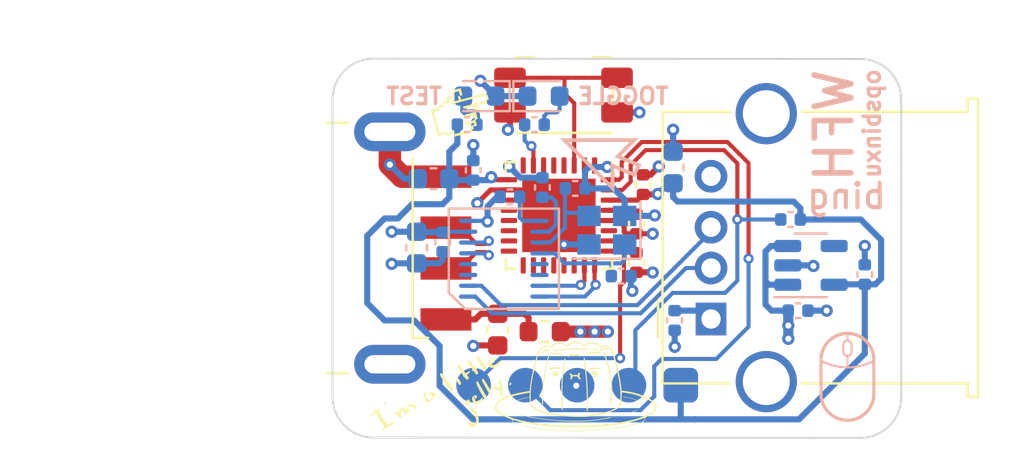
<source format=kicad_pcb>
(kicad_pcb (version 20210722) (generator pcbnew)
  (layers (0 "F.Cu" signal) (1 "In1.Cu" signal) (2 "In2.Cu" signal) (31 "B.Cu" signal) (34 "B.Paste" user) (35 "F.Paste" user) (36 "B.SilkS" user "B.Silkscreen") (37 "F.SilkS" user "F.Silkscreen") (38 "B.Mask" user) (39 "F.Mask" user) (44 "Edge.Cuts" user))
  (net 0 "")
  (net 1 "+3V3")
  (net 2 "GND")
  (net 3 "Net-(C3-Pad1)")
  (net 4 "/nRESET")
  (net 5 "Net-(C7-Pad1)")
  (net 6 "VBUS")
  (net 7 "Net-(C10-Pad1)")
  (net 8 "Net-(C11-Pad2)")
  (net 9 "Net-(C12-Pad1)")
  (net 10 "Net-(C14-Pad1)")
  (net 11 "Net-(D1-Pad2)")
  (net 12 "/USB_D1-")
  (net 13 "/USB_D1+")
  (net 14 "/SWD_CLK")
  (net 15 "/SWD_IO")
  (net 16 "/TOGGLE")
  (net 18 "Net-(D2-Pad2)")
  (net 35 "/USB_JIG-")
  (net 38 "/USB_JIG+")
  (net 39 "/USB_OUT+")
  (net 44 "/USB_OUT-")
  (net 45 "/TEST")
  (footprint "Capacitor_SMD:C_0402_1005Metric" (layer "F.Cu") (at 104.2 98.91 -90)
    (fp_text reference "C5" hide)
    (fp_text value "100n")
    (pad "1" smd roundrect locked (at -0.48 0 270) (size 0.56 0.62) (layers "F.Cu" "F.Paste" "F.Mask") (net 4 "/nRESET"))
    (pad "2" smd roundrect locked (at 0.48 0 270) (size 0.56 0.62) (layers "F.Cu" "F.Paste" "F.Mask") (net 2 "GND"))
  )
  (footprint "LOGO" (layer "F.Cu") (at 95.5 91.55 -90)
    (fp_text reference "G***" hide)
    (fp_text value "LOGO" hide)
  )
  (footprint "bing-connector:USB_A_Molex_67643_Horizontal" (layer "F.Cu") (at 107.86 101.68 90)
    (fp_text reference "J2" hide)
    (fp_text value "USB_A")
    (pad "1" thru_hole rect locked (at 0 0 90) (size 1.6 1.5) (drill 0.95) (layers *.Cu *.Mask) (net 6 "VBUS"))
    (pad "2" thru_hole circle locked (at 2.5 0 90) (size 1.6 1.6) (drill 0.95) (layers *.Cu *.Mask) (net 44 "/USB_OUT-"))
    (pad "3" thru_hole circle locked (at 4.5 0 90) (size 1.6 1.6) (drill 0.95) (layers *.Cu *.Mask) (net 39 "/USB_OUT+"))
    (pad "4" thru_hole circle locked (at 7 0 90) (size 1.6 1.6) (drill 0.95) (layers *.Cu *.Mask) (net 2 "GND"))
    (pad "5" thru_hole circle locked (at -3.07 2.71 90) (size 3 3) (drill 2.3) (layers *.Cu *.Mask) (net 2 "GND"))
    (pad "5" thru_hole circle locked (at 10.07 2.71 90) (size 3 3) (drill 2.3) (layers *.Cu *.Mask) (net 2 "GND"))
  )
  (footprint "Capacitor_SMD:C_0603_1608Metric" (layer "F.Cu") (at 97.4 102.2 -90)
    (fp_text reference "C10" hide)
    (fp_text value "10u")
    (pad "1" smd roundrect locked (at -0.775 0 270) (size 0.9 0.95) (layers "F.Cu" "F.Paste" "F.Mask") (net 7 "Net-(C10-Pad1)"))
    (pad "2" smd roundrect locked (at 0.775 0 270) (size 0.9 0.95) (layers "F.Cu" "F.Paste" "F.Mask") (net 2 "GND"))
  )
  (footprint "bing-connector:USB_A_CNCTech_1001-011-01101_Horizontal" (layer "F.Cu") (at 85.21 98.2 180)
    (fp_text reference "J1" hide)
    (fp_text value "USB_A")
    (pad "" np_thru_hole circle (at -6.9 2.3 180) (size 1.1 1.1) (drill 1.1) (layers *.Cu *.Mask))
    (pad "" np_thru_hole circle (at -6.9 -2.3 180) (size 1.1 1.1) (drill 1.1) (layers *.Cu *.Mask))
    (pad "1" smd rect (at -9.65 -3.5 180) (size 2.5 1.1) (layers "F.Cu" "F.Paste" "F.Mask") (net 7 "Net-(C10-Pad1)"))
    (pad "2" smd rect (at -9.65 -1 180) (size 2.5 1.1) (layers "F.Cu" "F.Paste" "F.Mask") (net 12 "/USB_D1-"))
    (pad "3" smd rect (at -9.65 1 180) (size 2.5 1.1) (layers "F.Cu" "F.Paste" "F.Mask") (net 13 "/USB_D1+"))
    (pad "4" smd rect (at -9.65 3.5 180) (size 2.5 1.1) (layers "F.Cu" "F.Paste" "F.Mask") (net 2 "GND"))
    (pad "5" thru_hole oval (at -6.9 -5.7 180) (size 3.5 1.9) (drill oval 2.5 0.9) (layers *.Cu *.Mask) (net 2 "GND"))
    (pad "5" thru_hole oval (at -6.9 5.7 180) (size 3.5 1.9) (drill oval 2.5 0.9) (layers *.Cu *.Mask) (net 2 "GND"))
  )
  (footprint "josh-buttons-switches:SW_PUSH_EVQPUL_EVQPUC" (layer "F.Cu") (at 100.625 90.7)
    (fp_text reference "SW2" hide)
    (fp_text value "SW_Push")
    (pad "" np_thru_hole circle locked (at 0 -1.375 180) (size 0.75 0.75) (drill 0.75) (layers *.Cu *.Mask))
    (pad "" np_thru_hole circle locked (at 0 1.375 180) (size 0.75 0.75) (drill 0.75) (layers *.Cu *.Mask))
    (pad "1" smd roundrect locked (at 2.625 -0.85 180) (size 1.55 1) (layers "F.Cu" "F.Paste" "F.Mask") (roundrect_rratio 0.2) (net 16 "/TOGGLE"))
    (pad "1" smd roundrect locked (at -2.625 -0.85 180) (size 1.55 1) (layers "F.Cu" "F.Paste" "F.Mask") (roundrect_rratio 0.2) (net 16 "/TOGGLE"))
    (pad "2" smd roundrect locked (at 2.625 0.85 180) (size 1.55 1) (layers "F.Cu" "F.Paste" "F.Mask") (roundrect_rratio 0.2) (net 2 "GND"))
    (pad "2" smd roundrect locked (at -2.625 0.85 180) (size 1.55 1) (layers "F.Cu" "F.Paste" "F.Mask") (roundrect_rratio 0.2) (net 2 "GND"))
  )
  (footprint "Capacitor_SMD:C_0402_1005Metric" (layer "F.Cu") (at 104.2 97.02 -90)
    (fp_text reference "C3" hide)
    (fp_text value "1u")
    (pad "1" smd roundrect locked (at -0.48 0 270) (size 0.56 0.62) (layers "F.Cu" "F.Paste" "F.Mask") (net 3 "Net-(C3-Pad1)"))
    (pad "2" smd roundrect locked (at 0.48 0 270) (size 0.56 0.62) (layers "F.Cu" "F.Paste" "F.Mask") (net 2 "GND"))
  )
  (footprint "Capacitor_SMD:C_0402_1005Metric" (layer "F.Cu") (at 104.53 95.09 90)
    (fp_text reference "C4" hide)
    (fp_text value "100n")
    (pad "1" smd roundrect locked (at -0.48 0 90) (size 0.56 0.62) (layers "F.Cu" "F.Paste" "F.Mask") (net 1 "+3V3"))
    (pad "2" smd roundrect locked (at 0.48 0 90) (size 0.56 0.62) (layers "F.Cu" "F.Paste" "F.Mask") (net 2 "GND"))
  )
  (footprint "Package_DFN_QFN:QFN-32-1EP_5x5mm_P0.5mm_EP3.6x3.6mm" (layer "F.Cu") (at 100.4 96.6 -90)
    (fp_text reference "U1" hide)
    (fp_text value "ATSAMD21E17A-M")
    (pad "1" smd roundrect locked (at -2.45 -1.75 270) (size 0.8 0.25) (layers "F.Cu" "F.Paste" "F.Mask"))
    (pad "2" smd roundrect locked (at -2.45 -1.25 270) (size 0.8 0.25) (layers "F.Cu" "F.Paste" "F.Mask"))
    (pad "3" smd roundrect locked (at -2.45 -0.75 270) (size 0.8 0.25) (layers "F.Cu" "F.Paste" "F.Mask") (net 16 "/TOGGLE"))
    (pad "4" smd roundrect locked (at -2.45 -0.25 270) (size 0.8 0.25) (layers "F.Cu" "F.Paste" "F.Mask"))
    (pad "5" smd roundrect locked (at -2.45 0.25 270) (size 0.8 0.25) (layers "F.Cu" "F.Paste" "F.Mask"))
    (pad "6" smd roundrect locked (at -2.45 0.75 270) (size 0.8 0.25) (layers "F.Cu" "F.Paste" "F.Mask"))
    (pad "7" smd roundrect locked (at -2.45 1.25 270) (size 0.8 0.25) (layers "F.Cu" "F.Paste" "F.Mask") (net 45 "/TEST"))
    (pad "8" smd roundrect locked (at -2.45 1.75 270) (size 0.8 0.25) (layers "F.Cu" "F.Paste" "F.Mask"))
    (pad "9" smd roundrect locked (at -1.75 2.45 270) (size 0.25 0.8) (layers "F.Cu" "F.Paste" "F.Mask") (net 1 "+3V3"))
    (pad "10" smd roundrect locked (at -1.25 2.45 270) (size 0.25 0.8) (layers "F.Cu" "F.Paste" "F.Mask") (net 2 "GND"))
    (pad "11" smd roundrect locked (at -0.75 2.45 270) (size 0.25 0.8) (layers "F.Cu" "F.Paste" "F.Mask"))
    (pad "12" smd roundrect locked (at -0.25 2.45 270) (size 0.25 0.8) (layers "F.Cu" "F.Paste" "F.Mask"))
    (pad "13" smd roundrect locked (at 0.25 2.45 270) (size 0.25 0.8) (layers "F.Cu" "F.Paste" "F.Mask"))
    (pad "14" smd roundrect locked (at 0.75 2.45 270) (size 0.25 0.8) (layers "F.Cu" "F.Paste" "F.Mask"))
    (pad "15" smd roundrect locked (at 1.25 2.45 270) (size 0.25 0.8) (layers "F.Cu" "F.Paste" "F.Mask"))
    (pad "16" smd roundrect locked (at 1.75 2.45 270) (size 0.25 0.8) (layers "F.Cu" "F.Paste" "F.Mask"))
    (pad "17" smd roundrect locked (at 2.45 1.75 270) (size 0.8 0.25) (layers "F.Cu" "F.Paste" "F.Mask"))
    (pad "18" smd roundrect locked (at 2.45 1.25 270) (size 0.8 0.25) (layers "F.Cu" "F.Paste" "F.Mask"))
    (pad "19" smd roundrect locked (at 2.45 0.75 270) (size 0.8 0.25) (layers "F.Cu" "F.Paste" "F.Mask"))
    (pad "20" smd roundrect locked (at 2.45 0.25 270) (size 0.8 0.25) (layers "F.Cu" "F.Paste" "F.Mask"))
    (pad "21" smd roundrect locked (at 2.45 -0.25 270) (size 0.8 0.25) (layers "F.Cu" "F.Paste" "F.Mask"))
    (pad "22" smd roundrect locked (at 2.45 -0.75 270) (size 0.8 0.25) (layers "F.Cu" "F.Paste" "F.Mask"))
    (pad "23" smd roundrect locked (at 2.45 -1.25 270) (size 0.8 0.25) (layers "F.Cu" "F.Paste" "F.Mask") (net 35 "/USB_JIG-"))
    (pad "24" smd roundrect locked (at 2.45 -1.75 270) (size 0.8 0.25) (layers "F.Cu" "F.Paste" "F.Mask") (net 38 "/USB_JIG+"))
    (pad "25" smd roundrect locked (at 1.75 -2.45 270) (size 0.25 0.8) (layers "F.Cu" "F.Paste" "F.Mask"))
    (pad "26" smd roundrect locked (at 1.25 -2.45 270) (size 0.25 0.8) (layers "F.Cu" "F.Paste" "F.Mask") (net 4 "/nRESET"))
    (pad "27" smd roundrect locked (at 0.75 -2.45 270) (size 0.25 0.8) (layers "F.Cu" "F.Paste" "F.Mask"))
    (pad "28" smd roundrect locked (at 0.25 -2.45 270) (size 0.25 0.8) (layers "F.Cu" "F.Paste" "F.Mask") (net 2 "GND"))
    (pad "29" smd roundrect locked (at -0.25 -2.45 270) (size 0.25 0.8) (layers "F.Cu" "F.Paste" "F.Mask") (net 3 "Net-(C3-Pad1)"))
    (pad "30" smd roundrect locked (at -0.75 -2.45 270) (size 0.25 0.8) (layers "F.Cu" "F.Paste" "F.Mask") (net 1 "+3V3"))
    (pad "31" smd roundrect locked (at -1.25 -2.45 270) (size 0.25 0.8) (layers "F.Cu" "F.Paste" "F.Mask") (net 14 "/SWD_CLK"))
    (pad "32" smd roundrect locked (at -1.75 -2.45 270) (size 0.25 0.8) (layers "F.Cu" "F.Paste" "F.Mask") (net 15 "/SWD_IO"))
    (pad "33" smd rect locked (at 0 0 270) (size 3.6 3.6) (layers "F.Cu" "F.Mask") (net 2 "GND"))
  )
  (footprint "LOGO" (layer "F.Cu") (at 96.844977 105.545613 30)
    (fp_text reference "G***" hide)
    (fp_text value "LOGO" hide)
  )
  (footprint "LOGO" (layer "F.Cu") (at 101.25 105)
    (fp_text reference "G***" hide)
    (fp_text value "LOGO" hide)
  )
  (footprint "josh-passives-smt:Fuse_0603_1608Metric" (layer "F.Cu") (at 99.7 102.3)
    (fp_text reference "F1" hide)
    (fp_text value "500mA")
    (pad "1" smd roundrect (at -0.7875 0) (size 0.875 0.95) (layers "F.Cu" "F.Paste" "F.Mask") (net 7 "Net-(C10-Pad1)"))
    (pad "2" smd roundrect (at 0.7875 0) (size 0.875 0.95) (layers "F.Cu" "F.Paste" "F.Mask") (net 6 "VBUS"))
  )
  (footprint "LOGO" (layer "F.Cu") (at 94.362308 105.098329 30)
    (fp_text reference "G***" hide)
    (fp_text value "LOGO" hide)
  )
  (footprint "Capacitor_SMD:C_0402_1005Metric" (layer "B.Cu") (at 94.7 97.9 -90)
    (fp_text reference "C9" hide)
    (fp_text value "100n")
    (pad "1" smd roundrect locked (at -0.48 0 270) (size 0.56 0.62) (layers "B.Cu" "B.Paste" "B.Mask") (net 6 "VBUS"))
    (pad "2" smd roundrect locked (at 0.48 0 270) (size 0.56 0.62) (layers "B.Cu" "B.Paste" "B.Mask") (net 2 "GND"))
  )
  (footprint "Capacitor_SMD:C_0402_1005Metric" (layer "B.Cu") (at 101.2 95.275)
    (fp_text reference "C14" hide)
    (fp_text value "30p")
    (pad "1" smd roundrect locked (at -0.48 0) (size 0.56 0.62) (layers "B.Cu" "B.Paste" "B.Mask") (net 10 "Net-(C14-Pad1)"))
    (pad "2" smd roundrect locked (at 0.48 0) (size 0.56 0.62) (layers "B.Cu" "B.Paste" "B.Mask") (net 2 "GND"))
  )
  (footprint "Capacitor_SMD:C_0402_1005Metric" (layer "B.Cu") (at 115.4 99.5 90)
    (fp_text reference "C16" hide)
    (fp_text value "1u")
    (pad "1" smd roundrect locked (at -0.48 0 90) (size 0.56 0.62) (layers "B.Cu" "B.Paste" "B.Mask") (net 1 "+3V3"))
    (pad "2" smd roundrect locked (at 0.48 0 90) (size 0.56 0.62) (layers "B.Cu" "B.Paste" "B.Mask") (net 2 "GND"))
  )
  (footprint "Capacitor_SMD:C_0603_1608Metric" (layer "B.Cu") (at 94.25 94.8 180)
    (fp_text reference "C1" hide)
    (fp_text value "10u")
    (pad "1" smd roundrect locked (at -0.775 0 180) (size 0.9 0.95) (layers "B.Cu" "B.Paste" "B.Mask") (net 1 "+3V3"))
    (pad "2" smd roundrect locked (at 0.775 0 180) (size 0.9 0.95) (layers "B.Cu" "B.Paste" "B.Mask") (net 2 "GND"))
  )
  (footprint "Capacitor_SMD:C_0402_1005Metric" (layer "B.Cu") (at 111.76 96.8 180)
    (fp_text reference "R3" hide)
    (fp_text value "10K")
    (pad "1" smd roundrect locked (at -0.48 0 180) (size 0.56 0.62) (layers "B.Cu" "B.Paste" "B.Mask") (net 1 "+3V3"))
    (pad "2" smd roundrect locked (at 0.48 0 180) (size 0.56 0.62) (layers "B.Cu" "B.Paste" "B.Mask") (net 14 "/SWD_CLK"))
  )
  (footprint "bing-crystal:Crystal_SMD_2520-4Pin_2.5x2.0mm" (layer "B.Cu") (at 102.75 97.325 180)
    (fp_text reference "Y1" hide)
    (fp_text value "12MHz")
    (pad "1" smd rect locked (at -0.875 -0.7 180) (size 1.15 1) (layers "B.Cu" "B.Paste" "B.Mask") (net 5 "Net-(C7-Pad1)"))
    (pad "2" smd rect locked (at 0.875 -0.7 180) (size 1.15 1) (layers "B.Cu" "B.Paste" "B.Mask") (net 2 "GND"))
    (pad "3" smd rect locked (at 0.875 0.7 180) (size 1.15 1) (layers "B.Cu" "B.Paste" "B.Mask") (net 10 "Net-(C14-Pad1)"))
    (pad "4" smd rect locked (at -0.875 0.7 180) (size 1.15 1) (layers "B.Cu" "B.Paste" "B.Mask") (net 2 "GND"))
  )
  (footprint "Capacitor_SMD:C_0402_1005Metric" (layer "B.Cu") (at 103.45 99.575)
    (fp_text reference "C7" hide)
    (fp_text value "30p")
    (pad "1" smd roundrect locked (at -0.48 0) (size 0.56 0.62) (layers "B.Cu" "B.Paste" "B.Mask") (net 5 "Net-(C7-Pad1)"))
    (pad "2" smd roundrect locked (at 0.48 0) (size 0.56 0.62) (layers "B.Cu" "B.Paste" "B.Mask") (net 2 "GND"))
  )
  (footprint "Capacitor_SMD:C_0402_1005Metric" (layer "B.Cu") (at 112.13 101.27)
    (fp_text reference "C15" hide)
    (fp_text value "1u")
    (pad "1" smd roundrect locked (at -0.48 0) (size 0.56 0.62) (layers "B.Cu" "B.Paste" "B.Mask") (net 6 "VBUS"))
    (pad "2" smd roundrect locked (at 0.48 0) (size 0.56 0.62) (layers "B.Cu" "B.Paste" "B.Mask") (net 2 "GND"))
  )
  (footprint "Capacitor_SMD:C_0402_1005Metric" (layer "B.Cu") (at 96.2 94.39 90)
    (fp_text reference "C2" hide)
    (fp_text value "100n")
    (pad "1" smd roundrect locked (at -0.48 0 90) (size 0.56 0.62) (layers "B.Cu" "B.Paste" "B.Mask") (net 1 "+3V3"))
    (pad "2" smd roundrect locked (at 0.48 0 90) (size 0.56 0.62) (layers "B.Cu" "B.Paste" "B.Mask") (net 2 "GND"))
  )
  (footprint "Capacitor_SMD:C_0603_1608Metric" (layer "B.Cu") (at 106 94.25 90)
    (fp_text reference "C6" hide)
    (fp_text value "10u")
    (pad "1" smd roundrect locked (at -0.775 0 90) (size 0.9 0.95) (layers "B.Cu" "B.Paste" "B.Mask") (net 1 "+3V3"))
    (pad "2" smd roundrect locked (at 0.775 0 90) (size 0.9 0.95) (layers "B.Cu" "B.Paste" "B.Mask") (net 2 "GND"))
  )
  (footprint "Capacitor_SMD:C_0402_1005Metric" (layer "B.Cu") (at 106.075 101.75 -90)
    (fp_text reference "C13" hide)
    (fp_text value "100n")
    (pad "1" smd roundrect locked (at -0.48 0 270) (size 0.56 0.62) (layers "B.Cu" "B.Paste" "B.Mask") (net 6 "VBUS"))
    (pad "2" smd roundrect locked (at 0.48 0 270) (size 0.56 0.62) (layers "B.Cu" "B.Paste" "B.Mask") (net 2 "GND"))
  )
  (footprint "Capacitor_SMD:C_0603_1608Metric" (layer "B.Cu") (at 93.425 98.175 -90)
    (fp_text reference "C8" hide)
    (fp_text value "10u")
    (pad "1" smd roundrect locked (at -0.775 0 270) (size 0.9 0.95) (layers "B.Cu" "B.Paste" "B.Mask") (net 6 "VBUS"))
    (pad "2" smd roundrect locked (at 0.775 0 270) (size 0.9 0.95) (layers "B.Cu" "B.Paste" "B.Mask") (net 2 "GND"))
  )
  (footprint "Capacitor_SMD:C_0402_1005Metric" (layer "B.Cu") (at 98 95.69)
    (fp_text reference "C11" hide)
    (fp_text value "10u")
    (pad "1" smd roundrect locked (at -0.48 0) (size 0.56 0.62) (layers "B.Cu" "B.Paste" "B.Mask") (net 2 "GND"))
    (pad "2" smd roundrect locked (at 0.48 0) (size 0.56 0.62) (layers "B.Cu" "B.Paste" "B.Mask") (net 8 "Net-(C11-Pad2)"))
  )
  (footprint "Package_TO_SOT_SMD:SOT-23-5" (layer "B.Cu") (at 112.76 99.05)
    (fp_text reference "U4" hide)
    (fp_text value "AP2112K-3.3")
    (pad "1" smd roundrect locked (at -1.1375 0.95) (size 1.325 0.6) (layers "B.Cu" "B.Paste" "B.Mask") (net 6 "VBUS"))
    (pad "2" smd roundrect locked (at -1.1375 0) (size 1.325 0.6) (layers "B.Cu" "B.Paste" "B.Mask") (net 2 "GND"))
    (pad "3" smd roundrect locked (at -1.1375 -0.95) (size 1.325 0.6) (layers "B.Cu" "B.Paste" "B.Mask") (net 6 "VBUS"))
    (pad "4" smd roundrect locked (at 1.1375 -0.95) (size 1.325 0.6) (layers "B.Cu" "B.Paste" "B.Mask"))
    (pad "5" smd roundrect locked (at 1.1375 0.95) (size 1.325 0.6) (layers "B.Cu" "B.Paste" "B.Mask") (net 1 "+3V3"))
  )
  (footprint "Capacitor_SMD:C_0402_1005Metric" (layer "B.Cu") (at 99.2 92.15)
    (fp_text reference "R2" hide)
    (fp_text value "3K3")
    (pad "1" smd roundrect locked (at -0.48 0) (size 0.56 0.62) (layers "B.Cu" "B.Paste" "B.Mask") (net 45 "/TEST"))
    (pad "2" smd roundrect locked (at 0.48 0) (size 0.56 0.62) (layers "B.Cu" "B.Paste" "B.Mask") (net 18 "Net-(D2-Pad2)"))
  )
  (footprint "LOGO" (layer "B.Cu") (at 102.45 94.15 -90)
    (fp_text reference "G***" hide)
    (fp_text value "LOGO" hide)
  )
  (footprint "bing-soic:SSOP-16_4.6x2.6mm_P0.53" (layer "B.Cu") (at 97.7 99.1)
    (fp_text reference "U2" hide)
    (fp_text value "SL2.1S")
    (pad "1" smd oval (at -1.75 1.48 90) (size 0.21 0.9) (layers "B.Cu" "B.Paste" "B.Mask") (net 44 "/USB_OUT-"))
    (pad "2" smd oval (at -1.75 0.95 90) (size 0.21 0.9) (layers "B.Cu" "B.Paste" "B.Mask") (net 39 "/USB_OUT+"))
    (pad "3" smd oval (at -1.75 0.42 90) (size 0.21 0.9) (layers "B.Cu" "B.Paste" "B.Mask"))
    (pad "4" smd oval (at -1.75 -0.11 90) (size 0.21 0.9) (layers "B.Cu" "B.Paste" "B.Mask"))
    (pad "5" smd oval (at -1.75 -0.64 90) (size 0.21 0.9) (layers "B.Cu" "B.Paste" "B.Mask") (net 12 "/USB_D1-"))
    (pad "6" smd oval (at -1.75 -1.17 90) (size 0.21 0.9) (layers "B.Cu" "B.Paste" "B.Mask") (net 13 "/USB_D1+"))
    (pad "7" smd oval (at -1.75 -1.7 90) (size 0.21 0.9) (layers "B.Cu" "B.Paste" "B.Mask") (net 6 "VBUS"))
    (pad "8" smd oval (at -1.75 -2.23 90) (size 0.21 0.9) (layers "B.Cu" "B.Paste" "B.Mask") (net 2 "GND"))
    (pad "9" smd oval (at 1.75 -2.23 90) (size 0.21 0.9) (layers "B.Cu" "B.Paste" "B.Mask") (net 8 "Net-(C11-Pad2)"))
    (pad "10" smd oval (at 1.75 -1.7 90) (size 0.21 0.9) (layers "B.Cu" "B.Paste" "B.Mask") (net 9 "Net-(C12-Pad1)"))
    (pad "11" smd oval (at 1.75 -1.17 90) (size 0.21 0.9) (layers "B.Cu" "B.Paste" "B.Mask") (net 10 "Net-(C14-Pad1)"))
    (pad "12" smd oval (at 1.75 -0.64 90) (size 0.21 0.9) (layers "B.Cu" "B.Paste" "B.Mask") (net 5 "Net-(C7-Pad1)"))
    (pad "13" smd oval (at 1.75 -0.11 90) (size 0.21 0.9) (layers "B.Cu" "B.Paste" "B.Mask"))
    (pad "14" smd oval (at 1.75 0.42 90) (size 0.21 0.9) (layers "B.Cu" "B.Paste" "B.Mask"))
    (pad "15" smd oval (at 1.75 0.95 90) (size 0.21 0.9) (layers "B.Cu" "B.Paste" "B.Mask") (net 35 "/USB_JIG-"))
    (pad "16" smd oval (at 1.75 1.48 90) (size 0.21 0.9) (layers "B.Cu" "B.Paste" "B.Mask") (net 38 "/USB_JIG+"))
  )
  (footprint "LED_SMD:LED_0603_1608Metric" (layer "B.Cu") (at 96.5 90.75 180)
    (fp_text reference "D1" hide)
    (fp_text value "LED")
    (pad "1" smd roundrect locked (at -0.7875 0 180) (size 0.875 0.95) (layers "B.Cu" "B.Paste" "B.Mask") (net 2 "GND"))
    (pad "2" smd roundrect locked (at 0.7875 0 180) (size 0.875 0.95) (layers "B.Cu" "B.Paste" "B.Mask") (net 11 "Net-(D1-Pad2)"))
  )
  (footprint "Capacitor_SMD:C_0402_1005Metric" (layer "B.Cu") (at 99.59 95.23 90)
    (fp_text reference "C12" hide)
    (fp_text value "10u")
    (pad "1" smd roundrect locked (at -0.48 0 90) (size 0.56 0.62) (layers "B.Cu" "B.Paste" "B.Mask") (net 9 "Net-(C12-Pad1)"))
    (pad "2" smd roundrect locked (at 0.48 0 90) (size 0.56 0.62) (layers "B.Cu" "B.Paste" "B.Mask") (net 2 "GND"))
  )
  (footprint "josh-connectors:5_PIN_SMD_PROG" (layer "B.Cu") (at 106.375 104.925 90)
    (fp_text reference "J3" hide)
    (fp_text value "SWD")
    (pad "1" smd roundrect (at 0 0 90) (size 1.7 1.7) (layers "B.Cu" "B.Mask") (roundrect_rratio 0.2) (net 1 "+3V3"))
    (pad "2" smd oval (at 0 -2.54 90) (size 1.7 1.7) (layers "B.Cu" "B.Mask") (net 14 "/SWD_CLK"))
    (pad "3" smd oval (at 0 -5.08 90) (size 1.7 1.7) (layers "B.Cu" "B.Mask") (net 2 "GND"))
    (pad "4" smd oval (at 0 -7.62 90) (size 1.7 1.7) (layers "B.Cu" "B.Mask") (net 15 "/SWD_IO"))
    (pad "5" smd oval (at 0 -10.16 90) (size 1.7 1.7) (layers "B.Cu" "B.Mask") (net 4 "/nRESET"))
  )
  (footprint "Capacitor_SMD:C_0402_1005Metric" (layer "B.Cu") (at 95.9 92.15)
    (fp_text reference "R1" hide)
    (fp_text value "3K3")
    (pad "1" smd roundrect locked (at -0.48 0) (size 0.56 0.62) (layers "B.Cu" "B.Paste" "B.Mask") (net 1 "+3V3"))
    (pad "2" smd roundrect locked (at 0.48 0) (size 0.56 0.62) (layers "B.Cu" "B.Paste" "B.Mask") (net 11 "Net-(D1-Pad2)"))
  )
  (footprint "LOGO" (layer "B.Cu") (at 114.55 104.55 180)
    (fp_text reference "G***" hide)
    (fp_text value "LOGO" hide)
  )
  (footprint "LED_SMD:LED_0603_1608Metric" (layer "B.Cu") (at 99.65 90.75)
    (fp_text reference "D2" hide)
    (fp_text value "LED")
    (pad "1" smd roundrect locked (at -0.7875 0) (size 0.875 0.95) (layers "B.Cu" "B.Paste" "B.Mask") (net 2 "GND"))
    (pad "2" smd roundrect locked (at 0.7875 0) (size 0.875 0.95) (layers "B.Cu" "B.Paste" "B.Mask") (net 18 "Net-(D2-Pad2)"))
  )
  (gr_line (start 91.3 88.914214) (end 115.185786 88.928428) (layer "Edge.Cuts") (width 0.1))
  (gr_arc (start 115.185786 105.507107) (end 117.185786 105.507107) (angle 90) (layer "Edge.Cuts") (width 0.1))
  (gr_line (start 89.3 90.914214) (end 89.3 105.492893) (layer "Edge.Cuts") (width 0.1))
  (gr_arc (start 115.185786 90.928428) (end 117.185786 90.928428) (angle -90) (layer "Edge.Cuts") (width 0.1))
  (gr_arc (start 91.3 105.492893) (end 89.3 105.492893) (angle -90) (layer "Edge.Cuts") (width 0.1))
  (gr_line (start 117.185786 105.507107) (end 117.185786 90.928428) (layer "Edge.Cuts") (width 0.1))
  (gr_arc (start 91.3 90.914214) (end 89.3 90.914214) (angle 90) (layer "Edge.Cuts") (width 0.1))
  (gr_line (start 91.3 107.492893) (end 115.185786 107.507107) (layer "Edge.Cuts") (width 0.1))
  (gr_text "opsbinxu" (at 115.75 92.1 90) (layer "B.SilkS") (effects (font (size 0.8 0.8) (thickness 0.175)) (justify mirror)))
  (gr_text "WFH" (at 113.9 92.2 90) (layer "B.SilkS") (effects (font (size 1.8 1.8) (thickness 0.28)) (justify mirror)))
  (gr_text "TOGGLE" (at 103.55 90.75) (layer "B.SilkS") (effects (font (size 0.8 0.8) (thickness 0.175)) (justify mirror)))
  (gr_text "TEST" (at 93.3 90.75) (layer "B.SilkS") (effects (font (size 0.8 0.8) (thickness 0.175)) (justify mirror)))
  (gr_text "bing" (at 114.5 95.65) (layer "B.SilkS") (effects (font (size 1.2 1.2) (thickness 0.2)) (justify mirror)))
  (segment (start 104.53 95.57) (end 105.23 95.57) (width 0.3) (layer "F.Cu") (net 1))
  (segment (start 97.205686 94.85) (end 97.081186 94.7255) (width 0.25) (layer "F.Cu") (net 1))
  (segment (start 102.85 95.85) (end 104.25 95.85) (width 0.25) (layer "F.Cu") (net 1))
  (segment (start 97.95 94.85) (end 97.205686 94.85) (width 0.25) (layer "F.Cu") (net 1))
  (segment (start 104.25 95.85) (end 104.53 95.57) (width 0.25) (layer "F.Cu") (net 1))
  (segment (start 105.23 95.57) (end 105.25 95.55) (width 0.3) (layer "F.Cu") (net 1))
  (via (at 105.25 95.55) (size 0.6) (drill 0.3) (layers "F.Cu" "B.Cu") (net 1))
  (via (at 97.081186 94.7255) (size 0.6) (drill 0.3) (layers "F.Cu" "B.Cu") (net 1))
  (segment (start 115.92 99.98) (end 116.2 99.7) (width 0.3) (layer "B.Cu") (net 1))
  (segment (start 91 97.6) (end 91 100.9) (width 0.3) (layer "B.Cu") (net 1))
  (segment (start 95.42 93.08) (end 95.025 93.475) (width 0.3) (layer "B.Cu") (net 1))
  (segment (start 92.5 96.75) (end 91.85 96.75) (width 0.3) (layer "B.Cu") (net 1))
  (segment (start 91.85 96.75) (end 91 97.6) (width 0.3) (layer "B.Cu") (net 1))
  (segment (start 115.4 99.98) (end 115.92 99.98) (width 0.3) (layer "B.Cu") (net 1))
  (segment (start 116.2 99.7) (end 116.2 97.8) (width 0.3) (layer "B.Cu") (net 1))
  (segment (start 93.3 101.75) (end 94.55 103) (width 0.3) (layer "B.Cu") (net 1))
  (segment (start 115.4 103.375) (end 112.175489 106.599511) (width 0.3) (layer "B.Cu") (net 1))
  (segment (start 96.2 94.87) (end 96.936686 94.87) (width 0.3) (layer "B.Cu") (net 1))
  (segment (start 116.2 97.8) (end 115.2 96.8) (width 0.3) (layer "B.Cu") (net 1))
  (segment (start 94.55 103) (end 94.55 104.956366) (width 0.3) (layer "B.Cu") (net 1))
  (segment (start 111.91 95.92) (end 106.22 95.92) (width 0.3) (layer "B.Cu") (net 1))
  (segment (start 94.55 104.956366) (end 96.193634 106.6) (width 0.3) (layer "B.Cu") (net 1))
  (segment (start 95.025 93.475) (end 95.025 94.8) (width 0.3) (layer "B.Cu") (net 1))
  (segment (start 96.936686 94.87) (end 97.081186 94.7255) (width 0.3) (layer "B.Cu") (net 1))
  (segment (start 106.375 106.575) (end 106.35 106.6) (width 0.3) (layer "B.Cu") (net 1))
  (segment (start 93.2 96.05) (end 92.5 96.75) (width 0.3) (layer "B.Cu") (net 1))
  (segment (start 95.025 94.8) (end 95.025 95.725) (width 0.3) (layer "B.Cu") (net 1))
  (segment (start 95.42 92.15) (end 95.42 93.08) (width 0.3) (layer "B.Cu") (net 1))
  (segment (start 106.35 106.6) (end 107.1 106.6) (width 0.3) (layer "B.Cu") (net 1))
  (segment (start 106 95.7) (end 106 95.025) (width 0.3) (layer "B.Cu") (net 1))
  (segment (start 95.025 95.725) (end 94.7 96.05) (width 0.3) (layer "B.Cu") (net 1))
  (segment (start 106.375 104.925) (end 106.375 106.575) (width 0.3) (layer "B.Cu") (net 1))
  (segment (start 112.24 96.8) (end 112.24 96.25) (width 0.3) (layer "B.Cu") (net 1))
  (segment (start 105.25 95.55) (end 105.775 95.025) (width 0.3) (layer "B.Cu") (net 1))
  (segment (start 112.175489 106.599511) (end 107.100489 106.599511) (width 0.3) (layer "B.Cu") (net 1))
  (segment (start 95.095 94.87) (end 95.025 94.8) (width 0.3) (layer "B.Cu") (net 1))
  (segment (start 96.193634 106.6) (end 106.35 106.6) (width 0.3) (layer "B.Cu") (net 1))
  (segment (start 106.22 95.92) (end 106 95.7) (width 0.3) (layer "B.Cu") (net 1))
  (segment (start 113.9175 99.98) (end 113.8975 100) (width 0.3) (layer "B.Cu") (net 1))
  (segment (start 96.2 94.87) (end 95.095 94.87) (width 0.3) (layer "B.Cu") (net 1))
  (segment (start 115.4 99.98) (end 113.9175 99.98) (width 0.3) (layer "B.Cu") (net 1))
  (segment (start 112.24 96.25) (end 111.91 95.92) (width 0.3) (layer "B.Cu") (net 1))
  (segment (start 105.775 95.025) (end 106 95.025) (width 0.3) (layer "B.Cu") (net 1))
  (segment (start 91.85 101.75) (end 93.3 101.75) (width 0.3) (layer "B.Cu") (net 1))
  (segment (start 115.4 99.98) (end 115.4 103.375) (width 0.3) (layer "B.Cu") (net 1))
  (segment (start 91 100.9) (end 91.85 101.75) (width 0.3) (layer "B.Cu") (net 1))
  (segment (start 115.2 96.8) (end 112.24 96.8) (width 0.3) (layer "B.Cu") (net 1))
  (segment (start 94.7 96.05) (end 93.2 96.05) (width 0.3) (layer "B.Cu") (net 1))
  (segment (start 107.1 106.6) (end 107.100489 106.599511) (width 0.3) (layer "B.Cu") (net 1))
  (segment (start 104.99 99.39) (end 105 99.4) (width 0.3) (layer "F.Cu") (net 2))
  (segment (start 104.2 99.39) (end 104.99 99.39) (width 0.3) (layer "F.Cu") (net 2))
  (segment (start 99.15 95.35) (end 100.4 96.6) (width 0.25) (layer "F.Cu") (net 2))
  (segment (start 103.59952 97.39952) (end 103.7 97.5) (width 0.25) (layer "F.Cu") (net 2))
  (segment (start 94.86 94.7) (end 93.5 94.7) (width 1.1) (layer "F.Cu") (net 2))
  (segment (start 103.59952 97.115104) (end 103.59952 97.39952) (width 0.25) (layer "F.Cu") (net 2))
  (segment (start 103.334416 96.85) (end 103.59952 97.115104) (width 0.25) (layer "F.Cu") (net 2))
  (segment (start 96.225 102.975) (end 96.2 103) (width 0.3) (layer "F.Cu") (net 2))
  (segment (start 92.11 94.11) (end 92.11 93.31) (width 1.1) (layer "F.Cu") (net 2))
  (segment (start 103.25 91.55) (end 104.35 91.55) (width 0.3) (layer "F.Cu") (net 2))
  (segment (start 97.4 102.975) (end 96.225 102.975) (width 0.3) (layer "F.Cu") (net 2))
  (segment (start 93.5 94.7) (end 92.7 94.7) (width 1.1) (layer "F.Cu") (net 2))
  (segment (start 97.95 95.35) (end 99.15 95.35) (width 0.25) (layer "F.Cu") (net 2))
  (segment (start 92.11 93.31) (end 92.11 92.5) (width 1.1) (layer "F.Cu") (net 2))
  (segment (start 98 92.3) (end 97.9 92.4) (width 0.3) (layer "F.Cu") (net 2))
  (segment (start 104.89 94.61) (end 105.3 94.2) (width 0.3) (layer "F.Cu") (net 2))
  (segment (start 98 91.55) (end 98 92.3) (width 0.3) (layer "F.Cu") (net 2))
  (segment (start 104.53 94.61) (end 104.89 94.61) (width 0.3) (layer "F.Cu") (net 2))
  (segment (start 103.7 97.5) (end 104.2 97.5) (width 0.25) (layer "F.Cu") (net 2))
  (segment (start 102.85 96.85) (end 100.65 96.85) (width 0.25) (layer "F.Cu") (net 2))
  (segment (start 102.85 96.85) (end 103.334416 96.85) (width 0.25) (layer "F.Cu") (net 2))
  (segment (start 100.65 96.85) (end 100.4 96.6) (width 0.25) (layer "F.Cu") (net 2))
  (segment (start 97.05 95.35) (end 96.4 96) (width 0.25) (layer "F.Cu") (net 2))
  (segment (start 92.7 94.7) (end 92.11 94.11) (width 1.1) (layer "F.Cu") (net 2))
  (segment (start 104.2 97.5) (end 105 97.5) (width 0.25) (layer "F.Cu") (net 2))
  (segment (start 97.95 95.35) (end 97.05 95.35) (width 0.25) (layer "F.Cu") (net 2))
  (via (at 105 97.5) (size 0.6) (drill 0.3) (layers "F.Cu" "B.Cu") (net 2))
  (via (at 115.4 98.1) (size 0.6) (drill 0.3) (layers "F.Cu" "B.Cu") (net 2))
  (via (at 112.88 99.08) (size 0.6) (drill 0.3) (layers "F.Cu" "B.Cu") (net 2))
  (via (at 96.4 96) (size 0.6) (drill 0.3) (layers "F.Cu" "B.Cu") (net 2))
  (via (at 105 99.4) (size 0.6) (drill 0.3) (layers "F.Cu" "B.Cu") (net 2))
  (via (at 96.2 93.15) (size 0.6) (drill 0.3) (layers "F.Cu" "B.Cu") (net 2))
  (via (at 106 92.4) (size 0.6) (drill 0.3) (layers "F.Cu" "B.Cu") (net 2))
  (via (at 113.53 101.27) (size 0.6) (drill 0.3) (layers "F.Cu" "B.Cu") (net 2))
  (via (at 102.7745 94.225501) (size 0.6) (drill 0.3) (layers "F.Cu" "B.Cu") (net 2))
  (via (at 104 100.3) (size 0.6) (drill 0.3) (layers "F.Cu" "B.Cu") (net 2))
  (via (at 97.9 92.4) (size 0.6) (drill 0.3) (layers "F.Cu" "B.Cu") (net 2))
  (via (at 92.2 98.975) (size 0.6) (drill 0.3) (layers "F.Cu" "B.Cu") (net 2))
  (via (at 96.9 96.9) (size 0.6) (drill 0.3) (layers "F.Cu" "B.Cu") (net 2))
  (via (at 92.11 94.11) (size 0.6) (drill 0.3) (layers "F.Cu" "B.Cu") (net 2))
  (via (at 96.55 90) (size 0.6) (drill 0.3) (layers "F.Cu" "B.Cu") (net 2))
  (via (at 104.35 91.55) (size 0.6) (drill 0.3) (layers "F.Cu" "B.Cu") (net 2))
  (via (at 106.08 103.04) (size 0.6) (drill 0.3) (layers "F.Cu" "B.Cu") (net 2))
  (via (at 105.3 94.2) (size 0.6) (drill 0.3) (layers "F.Cu" "B.Cu") (net 2))
  (via (at 105.1 96.6) (size 0.6) (drill 0.3) (layers "F.Cu" "B.Cu") (net 2))
  (via (at 101.25 104.95) (size 0.6) (drill 0.3) (layers "F.Cu" "B.Cu") (net 2))
  (via (at 97.96 94.2) (size 0.6) (drill 0.3) (layers "F.Cu" "B.Cu") (net 2))
  (via (at 96.2 103) (size 0.6) (drill 0.3) (layers "F.Cu" "B.Cu") (net 2))
  (via (at 100.65 98.025) (size 0.5) (drill 0.25) (layers "F.Cu" "B.Cu") (net 2))
  (segment (start 103.075 95.275) (end 103.625 95.825) (width 0.3) (layer "B.Cu") (net 2))
  (segment (start 103.93 99.575) (end 103.93 100.23) (width 0.3) (layer "B.Cu") (net 2))
  (segment (start 96.9 96.9) (end 96.9 96.16) (width 0.3) (layer "B.Cu") (net 2))
  (segment (start 94.7 98.775) (end 94.7 98.38) (width 0.3) (layer "B.Cu") (net 2))
  (segment (start 106.075 103.035) (end 106.08 103.04) (width 0.3) (layer "B.Cu") (net 2))
  (segment (start 103.93 100.23) (end 104 100.3) (width 0.3) (layer "B.Cu") (net 2))
  (segment (start 92.8 94.8) (end 92.11 94.11) (width 0.3) (layer "B.Cu") (net 2))
  (segment (start 96.9 96.16) (end 97.37 95.69) (width 0.3) (layer "B.Cu") (net 2))
  (segment (start 97.2875 90.7375) (end 96.55 90) (width 0.3) (layer "B.Cu") (net 2))
  (segment (start 101.874499 94.225501) (end 102.7745 94.225501) (width 0.3) (layer "B.Cu") (net 2))
  (segment (start 106 93.475) (end 106 92.4) (width 0.3) (layer "B.Cu") (net 2))
  (segment (start 101.27 104.95) (end 101.25 104.95) (width 0.3) (layer "B.Cu") (net 2))
  (segment (start 93.425 98.95) (end 92.225 98.95) (width 0.3) (layer "B.Cu") (net 2))
  (segment (start 94.525 98.95) (end 94.7 98.775) (width 0.3) (layer "B.Cu") (net 2))
  (segment (start 93.425 98.95) (end 94.525 98.95) (width 0.3) (layer "B.Cu") (net 2))
  (segment (start 96.2 93.91) (end 96.2 93.15) (width 0.3) (layer "B.Cu") (net 2))
  (segment (start 111.6225 99.05) (end 112.85 99.05) (width 0.3) (layer "B.Cu") (net 2))
  (segment (start 101.68 95.275) (end 101.68 94.42) (width 0.3) (layer "B.Cu") (net 2))
  (segment (start 96.87 96.87) (end 96.9 96.9) (width 0.3) (layer "B.Cu") (net 2))
  (segment (start 95.95 96.87) (end 96.87 96.87) (width 0.2) (layer "B.Cu") (net 2))
  (segment (start 106.075 102.23) (end 106.075 103.035) (width 0.3) (layer "B.Cu") (net 2))
  (segment (start 112.85 99.05) (end 112.88 99.08) (width 0.3) (layer "B.Cu") (net 2))
  (segment (start 97.2875 90.75) (end 97.2875 90.7375) (width 0.3) (layer "B.Cu") (net 2))
  (segment (start 103.625 95.825) (end 103.625 96.625) (width 0.3) (layer "B.Cu") (net 2))
  (segment (start 98.8625 90.75) (end 97.2875 90.75) (width 0.3) (layer "B.Cu") (net 2))
  (segment (start 98.51 94.75) (end 97.96 94.2) (width 0.3) (layer "B.Cu") (net 2))
  (segment (start 103.625 96.625) (end 105.075 96.625) (width 0.3) (layer "B.Cu") (net 2))
  (segment (start 101.875 98.025) (end 100.65 98.025) (width 0.3) (layer "B.Cu") (net 2))
  (segment (start 101.295 104.925) (end 101.27 104.95) (width 0.3) (layer "B.Cu") (net 2))
  (segment (start 105.075 96.625) (end 105.1 96.6) (width 0.3) (layer "B.Cu") (net 2))
  (segment (start 93.475 94.8) (end 92.8 94.8) (width 0.3) (layer "B.Cu") (net 2))
  (segment (start 101.68 95.275) (end 103.075 95.275) (width 0.3) (layer "B.Cu") (net 2))
  (segment (start 101.68 94.42) (end 101.874499 94.225501) (width 0.3) (layer "B.Cu") (net 2))
  (segment (start 92.225 98.95) (end 92.2 98.975) (width 0.3) (layer "B.Cu") (net 2))
  (segment (start 112.61 101.27) (end 113.53 101.27) (width 0.3) (layer "B.Cu") (net 2))
  (segment (start 97.37 95.69) (end 97.52 95.69) (width 0.3) (layer "B.Cu") (net 2))
  (segment (start 99.59 94.75) (end 98.51 94.75) (width 0.3) (layer "B.Cu") (net 2))
  (segment (start 115.4 99.02) (end 115.4 98.1) (width 0.3) (layer "B.Cu") (net 2))
  (segment (start 104.01 96.35) (end 104.2 96.54) (width 0.25) (layer "F.Cu") (net 3))
  (segment (start 102.85 96.35) (end 104.01 96.35) (width 0.25) (layer "F.Cu") (net 3))
  (segment (start 103.400499 103.599501) (end 103.4 103.6) (width 0.2) (layer "F.Cu") (net 4))
  (segment (start 103.406504 97.85) (end 103.59 98.033496) (width 0.2) (layer "F.Cu") (net 4))
  (segment (start 103.67 98.43) (end 103.59 98.51) (width 0.2) (layer "F.Cu") (net 4))
  (segment (start 103.59 98.033496) (end 103.59 98.51) (width 0.2) (layer "F.Cu") (net 4))
  (segment (start 103.59 99.862176) (end 103.400499 100.051677) (width 0.2) (layer "F.Cu") (net 4))
  (segment (start 103.59 98.51) (end 103.59 99.862176) (width 0.2) (layer "F.Cu") (net 4))
  (segment (start 103.400499 100.051677) (end 103.400499 103.599501) (width 0.2) (layer "F.Cu") (net 4))
  (segment (start 104.2 98.43) (end 103.67 98.43) (width 0.2) (layer "F.Cu") (net 4))
  (segment (start 102.85 97.85) (end 103.406504 97.85) (width 0.2) (layer "F.Cu") (net 4))
  (via (at 103.4 103.6) (size 0.5) (drill 0.25) (layers "F.Cu" "B.Cu") (net 4))
  (segment (start 96.215 104.925) (end 97.54 103.6) (width 0.2) (layer "B.Cu") (net 4))
  (segment (start 97.54 103.6) (end 103.4 103.6) (width 0.2) (layer "B.Cu") (net 4))
  (segment (start 100.19 98.46) (end 99.45 98.46) (width 0.2) (layer "B.Cu") (net 5))
  (segment (start 102.97 99.575) (end 102.97 98.97) (width 0.2) (layer "B.Cu") (net 5))
  (segment (start 103.2 98.95) (end 102.95 98.95) (width 0.2) (layer "B.Cu") (net 5))
  (segment (start 100.68 98.95) (end 100.19 98.46) (width 0.2) (layer "B.Cu") (net 5))
  (segment (start 102.95 98.95) (end 100.68 98.95) (width 0.2) (layer "B.Cu") (net 5))
  (segment (start 103.625 98.025) (end 103.625 98.775) (width 0.2) (layer "B.Cu") (net 5))
  (segment (start 103.625 98.775) (end 103.45 98.95) (width 0.2) (layer "B.Cu") (net 5))
  (segment (start 103.45 98.95) (end 103.2 98.95) (width 0.2) (layer "B.Cu") (net 5))
  (segment (start 102.97 98.97) (end 102.95 98.95) (width 0.2) (layer "B.Cu") (net 5))
  (segment (start 100.4875 102.3) (end 102.800999 102.3) (width 0.6) (layer "F.Cu") (net 6))
  (via (at 111.65 102) (size 0.6) (drill 0.3) (layers "F.Cu" "B.Cu") (net 6))
  (via (at 102.15 102.3) (size 0.6) (drill 0.3) (layers "F.Cu" "B.Cu") (net 6))
  (via (at 102.800999 102.3) (size 0.6) (drill 0.3) (layers "F.Cu" "B.Cu") (net 6))
  (via (at 101.45 102.3) (size 0.6) (drill 0.3) (layers "F.Cu" "B.Cu") (net 6))
  (via (at 92.2 97.4) (size 0.6) (drill 0.3) (layers "F.Cu" "B.Cu") (net 6))
  (via (at 111.65 102.65) (size 0.6) (drill 0.3) (layers "F.Cu" "B.Cu") (net 6))
  (segment (start 94.72 97.4) (end 94.7 97.42) (width 0.3) (layer "B.Cu") (net 6))
  (segment (start 94.7 97.42) (end 93.445 97.42) (width 0.3) (layer "B.Cu") (net 6))
  (segment (start 107.45 101.27) (end 107.86 101.68) (width 0.3) (layer "B.Cu") (net 6))
  (segment (start 110.53 99.83) (end 110.53 100.97) (width 0.3) (layer "B.Cu") (net 6))
  (segment (start 110.53 100.97) (end 110.83 101.27) (width 0.3) (layer "B.Cu") (net 6))
  (segment (start 111.6225 100) (end 110.7 100) (width 0.3) (layer "B.Cu") (net 6))
  (segment (start 93.445 97.42) (end 93.425 97.4) (width 0.3) (layer "B.Cu") (net 6))
  (segment (start 110.8 98.1) (end 111.6225 98.1) (width 0.3) (layer "B.Cu") (net 6))
  (segment (start 95.95 97.4) (end 94.72 97.4) (width 0.2) (layer "B.Cu") (net 6))
  (segment (start 111.65 101.27) (end 111.65 102) (width 0.5) (layer "B.Cu") (net 6))
  (segment (start 110.53 98.37) (end 110.8 98.1) (width 0.3) (layer "B.Cu") (net 6))
  (segment (start 110.53 99.83) (end 110.53 98.37) (width 0.3) (layer "B.Cu") (net 6))
  (segment (start 110.7 100) (end 110.53 99.83) (width 0.3) (layer "B.Cu") (net 6))
  (segment (start 111.65 102) (end 111.65 102.65) (width 0.5) (layer "B.Cu") (net 6))
  (segment (start 93.425 97.4) (end 92.2 97.4) (width 0.3) (layer "B.Cu") (net 6))
  (segment (start 110.83 101.27) (end 111.65 101.27) (width 0.3) (layer "B.Cu") (net 6))
  (segment (start 106.075 101.27) (end 107.45 101.27) (width 0.3) (layer "B.Cu") (net 6))
  (segment (start 98.725 101.425) (end 98.9125 101.6125) (width 0.3) (layer "F.Cu") (net 7))
  (segment (start 98.9125 101.6125) (end 98.9125 102.3) (width 0.3) (layer "F.Cu") (net 7))
  (segment (start 94.86 101.7) (end 96.3 101.7) (width 0.3) (layer "F.Cu") (net 7))
  (segment (start 96.575 101.425) (end 97.4 101.425) (width 0.3) (layer "F.Cu") (net 7))
  (segment (start 97.4 101.425) (end 98.725 101.425) (width 0.3) (layer "F.Cu") (net 7))
  (segment (start 96.3 101.7) (end 96.575 101.425) (width 0.3) (layer "F.Cu") (net 7))
  (segment (start 99.45 96.87) (end 98.645 96.87) (width 0.2) (layer "B.Cu") (net 8))
  (segment (start 98.645 96.87) (end 98.48 96.705) (width 0.2) (layer "B.Cu") (net 8))
  (segment (start 98.48 96.705) (end 98.48 95.69) (width 0.2) (layer "B.Cu") (net 8))
  (segment (start 100.249519 97.058269) (end 99.907788 97.4) (width 0.2) (layer "B.Cu") (net 9))
  (segment (start 100.02 95.71) (end 100.249519 95.939519) (width 0.2) (layer "B.Cu") (net 9))
  (segment (start 100.249519 95.939519) (end 100.249519 97.058269) (width 0.2) (layer "B.Cu") (net 9))
  (segment (start 99.59 95.71) (end 100.02 95.71) (width 0.2) (layer "B.Cu") (net 9))
  (segment (start 99.907788 97.4) (end 99.45 97.4) (width 0.2) (layer "B.Cu") (net 9))
  (segment (start 99.967887 97.93) (end 100.69903 97.198857) (width 0.2) (layer "B.Cu") (net 10))
  (segment (start 101.72597 96.47597) (end 100.69903 96.47597) (width 0.2) (layer "B.Cu") (net 10))
  (segment (start 100.69903 96.47597) (end 100.69903 95.29597) (width 0.2) (layer "B.Cu") (net 10))
  (segment (start 100.69903 95.29597) (end 100.72 95.275) (width 0.2) (layer "B.Cu") (net 10))
  (segment (start 99.45 97.93) (end 99.967887 97.93) (width 0.2) (layer "B.Cu") (net 10))
  (segment (start 100.69903 97.198857) (end 100.69903 96.47597) (width 0.2) (layer "B.Cu") (net 10))
  (segment (start 101.875 96.625) (end 101.72597 96.47597) (width 0.2) (layer "B.Cu") (net 10))
  (segment (start 96.38 91.67) (end 96.26 91.55) (width 0.3) (layer "B.Cu") (net 11))
  (segment (start 95.7125 91.4625) (end 95.7125 90.75) (width 0.3) (layer "B.Cu") (net 11))
  (segment (start 96.38 92.15) (end 96.38 91.67) (width 0.3) (layer "B.Cu") (net 11))
  (segment (start 96.26 91.55) (end 95.8 91.55) (width 0.3) (layer "B.Cu") (net 11))
  (segment (start 95.8 91.55) (end 95.7125 91.4625) (width 0.3) (layer "B.Cu") (net 11))
  (segment (start 95.56 99.2) (end 96.36 98.4) (width 0.2) (layer "F.Cu") (net 12))
  (segment (start 96.811737 98.4) (end 96.961737 98.55) (width 0.2) (layer "F.Cu") (net 12))
  (segment (start 94.86 99.2) (end 96.012447 99.2) (width 0.2) (layer "F.Cu") (net 12))
  (segment (start 94.86 99.2) (end 95.56 99.2) (width 0.2) (layer "F.Cu") (net 12))
  (segment (start 96.36 98.4) (end 96.811737 98.4) (width 0.2) (layer "F.Cu") (net 12))
  (via (at 96.961737 98.55) (size 0.5) (drill 0.25) (layers "F.Cu" "B.Cu") (net 12))
  (segment (start 96.871737 98.46) (end 96.961737 98.55) (width 0.2) (layer "B.Cu") (net 12))
  (segment (start 95.95 98.46) (end 96.871737 98.46) (width 0.2) (layer "B.Cu") (net 12))
  (segment (start 95.56 97.2) (end 96.36 98) (width 0.2) (layer "F.Cu") (net 13))
  (segment (start 94.86 97.2) (end 95.56 97.2) (width 0.2) (layer "F.Cu") (net 13))
  (segment (start 96.36 98) (end 96.811737 98) (width 0.2) (layer "F.Cu") (net 13))
  (segment (start 96.811737 98) (end 96.961737 97.85) (width 0.2) (layer "F.Cu") (net 13))
  (via (at 96.961737 97.85) (size 0.5) (drill 0.25) (layers "F.Cu" "B.Cu") (net 13))
  (segment (start 96.881737 97.93) (end 96.961737 97.85) (width 0.2) (layer "B.Cu") (net 13))
  (segment (start 95.95 97.93) (end 96.881737 97.93) (width 0.2) (layer "B.Cu") (net 13))
  (segment (start 103.514994 95.35) (end 103.92048 94.944513) (width 0.2) (layer "F.Cu") (net 14))
  (segment (start 103.92048 94.944513) (end 103.92048 94.12952) (width 0.2) (layer "F.Cu") (net 14))
  (segment (start 104.650989 93.399011) (end 108.499011 93.399011) (width 0.2) (layer "F.Cu") (net 14))
  (segment (start 102.85 95.35) (end 103.514994 95.35) (width 0.2) (layer "F.Cu") (net 14))
  (segment (start 109.15 94.05) (end 109.15 96.8) (width 0.2) (layer "F.Cu") (net 14))
  (segment (start 103.92048 94.12952) (end 104.650989 93.399011) (width 0.2) (layer "F.Cu") (net 14))
  (segment (start 108.499011 93.399011) (end 109.15 94.05) (width 0.2) (layer "F.Cu") (net 14))
  (via (at 109.15 96.8) (size 0.5) (drill 0.25) (layers "F.Cu" "B.Cu") (net 14))
  (segment (start 108.55 100.4) (end 109.15 99.8) (width 0.2) (layer "B.Cu") (net 14))
  (segment (start 109.15 99.8) (end 109.15 96.8) (width 0.2) (layer "B.Cu") (net 14))
  (segment (start 111.28 96.8) (end 109.15 96.8) (width 0.2) (layer "B.Cu") (net 14))
  (segment (start 103.835 104.925) (end 104.149501 104.610499) (width 0.2) (layer "B.Cu") (net 14))
  (segment (start 104.149501 102.228312) (end 105.977813 100.4) (width 0.2) (layer "B.Cu") (net 14))
  (segment (start 105.977813 100.4) (end 108.55 100.4) (width 0.2) (layer "B.Cu") (net 14))
  (segment (start 104.149501 104.610499) (end 104.149501 102.228312) (width 0.2) (layer "B.Cu") (net 14))
  (segment (start 108.664494 92.999501) (end 109.699501 94.034508) (width 0.2) (layer "F.Cu") (net 15))
  (segment (start 109.699501 94.034508) (end 109.6995 98.72) (width 0.2) (layer "F.Cu") (net 15))
  (segment (start 102.85 94.85) (end 103.35 94.85) (width 0.2) (layer "F.Cu") (net 15))
  (segment (start 103.48 93.98) (end 104.460499 92.999501) (width 0.2) (layer "F.Cu") (net 15))
  (segment (start 103.48 94.72) (end 103.48 93.98) (width 0.2) (layer "F.Cu") (net 15))
  (segment (start 103.35 94.85) (end 103.48 94.72) (width 0.2) (layer "F.Cu") (net 15))
  (segment (start 104.460499 92.999501) (end 108.664494 92.999501) (width 0.2) (layer "F.Cu") (net 15))
  (via (at 109.6995 98.72) (size 0.5) (drill 0.25) (layers "F.Cu" "B.Cu") (net 15))
  (segment (start 98.755 104.925) (end 99.98 106.15) (width 0.2) (layer "B.Cu") (net 15))
  (segment (start 105.075 104) (end 105.435499 103.639501) (width 0.2) (layer "B.Cu") (net 15))
  (segment (start 108.120499 103.639501) (end 109.6995 102.0605) (width 0.2) (layer "B.Cu") (net 15))
  (segment (start 99.98 106.15) (end 104.4 106.15) (width 0.2) (layer "B.Cu") (net 15))
  (segment (start 104.4 106.15) (end 105.075 105.475) (width 0.2) (layer "B.Cu") (net 15))
  (segment (start 105.075 105.475) (end 105.075 104) (width 0.2) (layer "B.Cu") (net 15))
  (segment (start 105.435499 103.639501) (end 108.120499 103.639501) (width 0.2) (layer "B.Cu") (net 15))
  (segment (start 109.6995 102.0605) (end 109.6995 98.72) (width 0.2) (layer "B.Cu") (net 15))
  (segment (start 101.645 89.85) (end 103.25 89.85) (width 0.2) (layer "F.Cu") (net 16))
  (segment (start 100.675 89.85) (end 100.85 89.85) (width 0.2) (layer "F.Cu") (net 16))
  (segment (start 100.675 90.625) (end 100.675 89.85) (width 0.2) (layer "F.Cu") (net 16))
  (segment (start 99.675 89.85) (end 100.525 89.85) (width 0.2) (layer "F.Cu") (net 16))
  (segment (start 98 89.85) (end 99.675 89.85) (width 0.2) (layer "F.Cu") (net 16))
  (segment (start 100.525 89.85) (end 100.675 89.85) (width 0.2) (layer "F.Cu") (net 16))
  (segment (start 101.15 94.15) (end 101.15 91.1) (width 0.2) (layer "F.Cu") (net 16))
  (segment (start 101.15 91.1) (end 100.675 90.625) (width 0.2) (layer "F.Cu") (net 16))
  (segment (start 100.85 89.85) (end 101.645 89.85) (width 0.2) (layer "F.Cu") (net 16))
  (segment (start 100.4375 91.4125) (end 100.4375 90.75) (width 0.2) (layer "B.Cu") (net 18))
  (segment (start 99.85 91.55) (end 100.3 91.55) (width 0.2) (layer "B.Cu") (net 18))
  (segment (start 99.68 92.15) (end 99.68 91.72) (width 0.2) (layer "B.Cu") (net 18))
  (segment (start 99.68 91.72) (end 99.85 91.55) (width 0.2) (layer "B.Cu") (net 18))
  (segment (start 100.3 91.55) (end 100.4375 91.4125) (width 0.2) (layer "B.Cu") (net 18))
  (segment (start 101.65 99.83) (end 101.47 100.01) (width 0.2) (layer "F.Cu") (net 35))
  (segment (start 101.65 99.05) (end 101.65 99.83) (width 0.2) (layer "F.Cu") (net 35))
  (via (at 101.47 100.01) (size 0.5) (drill 0.25) (layers "F.Cu" "B.Cu") (net 35))
  (segment (start 99.45 100.05) (end 101.43 100.05) (width 0.2) (layer "B.Cu") (net 35))
  (segment (start 101.43 100.05) (end 101.47 100.01) (width 0.2) (layer "B.Cu") (net 35))
  (segment (start 102.15 99.05) (end 102.15 99.95) (width 0.2) (layer "F.Cu") (net 38))
  (segment (start 102.15 99.95) (end 102.2 100) (width 0.2) (layer "F.Cu") (net 38))
  (via (at 102.2 100) (size 0.5) (drill 0.25) (layers "F.Cu" "B.Cu") (net 38))
  (segment (start 102.2 100.057113) (end 102.2 100) (width 0.2) (layer "B.Cu") (net 38))
  (segment (start 99.45 100.58) (end 101.677113 100.58) (width 0.2) (layer "B.Cu") (net 38))
  (segment (start 101.677113 100.58) (end 102.2 100.057113) (width 0.2) (layer "B.Cu") (net 38))
  (segment (start 107.86 97.387824) (end 104.248323 100.999501) (width 0.2) (layer "B.Cu") (net 39))
  (segment (start 96.6 100.05) (end 95.95 100.05) (width 0.2) (layer "B.Cu") (net 39))
  (segment (start 107.86 97.18) (end 107.86 97.387824) (width 0.2) (layer "B.Cu") (net 39))
  (segment (start 104.248323 100.999501) (end 97.549501 100.999501) (width 0.2) (layer "B.Cu") (net 39))
  (segment (start 97.549501 100.999501) (end 96.6 100.05) (width 0.2) (layer "B.Cu") (net 39))
  (segment (start 104.413807 101.399011) (end 97.114011 101.399011) (width 0.2) (layer "B.Cu") (net 44))
  (segment (start 106.632818 99.18) (end 104.413807 101.399011) (width 0.2) (layer "B.Cu") (net 44))
  (segment (start 96.295 100.58) (end 95.95 100.58) (width 0.2) (layer "B.Cu") (net 44))
  (segment (start 107.86 99.18) (end 106.632818 99.18) (width 0.2) (layer "B.Cu") (net 44))
  (segment (start 97.114011 101.399011) (end 96.295 100.58) (width 0.2) (layer "B.Cu") (net 44))
  (segment (start 99.15 93.3) (end 99.05 93.2) (width 0.2) (layer "F.Cu") (net 45))
  (segment (start 99.15 94.15) (end 99.15 93.3) (width 0.2) (layer "F.Cu") (net 45))
  (via (at 99.05 93.2) (size 0.5) (drill 0.25) (layers "F.Cu" "B.Cu") (net 45))
  (segment (start 99 93.2) (end 98.72 92.92) (width 0.2) (layer "B.Cu") (net 45))
  (segment (start 98.72 92.92) (end 98.72 92.15) (width 0.2) (layer "B.Cu") (net 45))
  (segment (start 99.05 93.2) (end 99 93.2) (width 0.2) (layer "B.Cu") (net 45))
)
</source>
